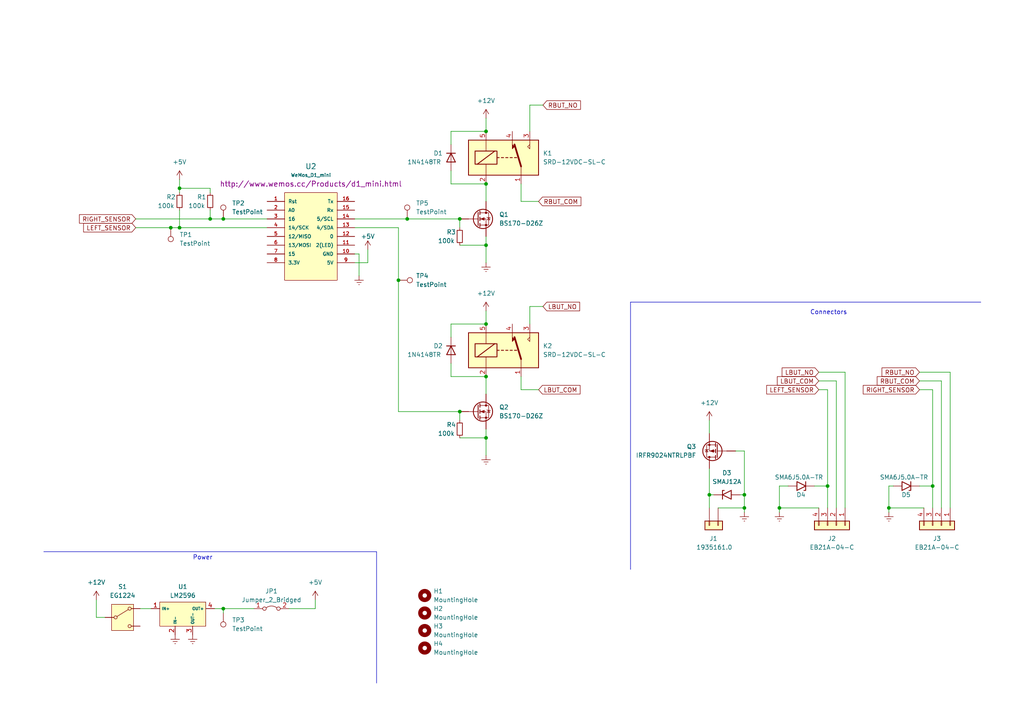
<source format=kicad_sch>
(kicad_sch (version 20230121) (generator eeschema)
  (paper "A4")
  (lib_symbols
    (symbol "000-Connectors:1935161.0" (pin_numbers hide) (pin_names (offset 0.254) hide)
      (property "Reference" "J" (at -1.27 3.81 0))
      (property "Value" "1935161.0" (at -5.08 -3.81 0))
      (symbol "1935161.0_1_1"
        (rectangle (start -1.27 -1.143) (end 0 -1.397) (stroke (width 0.1524)))
        (rectangle (start -1.27 1.397) (end 0 1.143) (stroke (width 0.1524)))
        (rectangle (start -1.27 2.54) (end 1.27 -2.54) (stroke (width 0.254)) (fill (type background)))
        (pin passive line (at -5.08 1.27 0) (length 3.81) (name "Pin_1") (number "1"))
        (pin passive line (at -5.08 -1.27 0) (length 3.81) (name "Pin_2") (number "2"))
      )
    )
    (symbol "000-Connectors:4PinScrewTerminal" (pin_names (offset 1.016) hide)
      (property "Reference" "J" (at 0 5.08 0))
      (property "Value" "EB21A-04-C" (at 0 -7.62 0))
      (symbol "4PinScrewTerminal_1_1"
        (rectangle (start -1.27 -4.953) (end 0 -5.207) (stroke (width 0.1524)))
        (rectangle (start -1.27 -2.413) (end 0 -2.667) (stroke (width 0.1524)))
        (rectangle (start -1.27 0.127) (end 0 -0.127) (stroke (width 0.1524)))
        (rectangle (start -1.27 2.667) (end 0 2.413) (stroke (width 0.1524)))
        (rectangle (start -1.27 3.81) (end 1.27 -6.35) (stroke (width 0.254)) (fill (type background)))
        (pin passive line (at -5.08 2.54 0) (length 3.81) (name "Pin_1") (number "1"))
        (pin passive line (at -5.08 0 0) (length 3.81) (name "Pin_2") (number "2"))
        (pin passive line (at -5.08 -2.54 0) (length 3.81) (name "Pin_3") (number "3"))
        (pin passive line (at -5.08 -5.08 0) (length 3.81) (name "Pin_4") (number "4"))
      )
    )
    (symbol "000-Diodes:1N4148TR" (pin_numbers hide) (pin_names (offset 0.254) hide)
      (property "Reference" "D" (at -1.27 2.54 0))
      (property "Value" "1N4148TR" (at -5.08 -2.54 0))
      (symbol "1N4148TR_1_1"
        (polyline (pts (xy 0 1.27) (xy 0 -1.27)) (stroke (width 0.254)))
        (polyline (pts (xy 2.54 0) (xy 0 0)))
        (polyline (pts (xy 2.54 1.27) (xy 2.54 -1.27) (xy 0 0) (xy 2.54 1.27)) (stroke (width 0.254)))
        (pin passive line (at -2.54 0 0) (length 2.54) (name "K") (number "1"))
        (pin passive line (at 5.08 0 180) (length 2.54) (name "A") (number "2"))
      )
    )
    (symbol "000-Diodes:SMA6J5.0A-TR" (pin_numbers hide) (pin_names (offset 1.016) hide)
      (property "Reference" "D" (at 0 2.54 0))
      (property "Value" "SMA6J5.0A-TR" (at 0 -2.54 0))
      (property "PN" "DIO-011" (at 0 0 0))
      (property "Digikey PN" "497-5938-1-ND" (at 0 0 0))
      (symbol "SMA6J5.0A-TR_0_1"
        (polyline (pts (xy -0.762 1.27) (xy -1.27 1.27) (xy -1.27 -1.27)) (stroke (width 0.254)))
        (polyline (pts (xy 1.27 1.27) (xy 1.27 -1.27) (xy -1.27 0) (xy 1.27 1.27)) (stroke (width 0.254)))
      )
      (symbol "SMA6J5.0A-TR_1_1"
        (pin passive line (at -3.81 0 0) (length 2.54) (name "A1") (number "1"))
        (pin passive line (at 3.81 0 180) (length 2.54) (name "A2") (number "2"))
      )
    )
    (symbol "000-Diodes:SMAJ12A" (pin_numbers hide) (pin_names (offset 1.016) hide)
      (property "Reference" "D" (at 0 2.54 0))
      (property "Value" "SMAJ12A" (at 0 -2.54 0))
      (symbol "SMAJ12A_0_1"
        (polyline (pts (xy -0.762 1.27) (xy -1.27 1.27) (xy -1.27 -1.27)) (stroke (width 0.254)))
        (polyline (pts (xy 1.27 1.27) (xy 1.27 -1.27) (xy -1.27 0) (xy 1.27 1.27)) (stroke (width 0.254)))
      )
      (symbol "SMAJ12A_1_1"
        (pin passive line (at -3.81 0 0) (length 2.54) (name "A1") (number "1"))
        (pin passive line (at 3.81 0 180) (length 2.54) (name "A2") (number "2"))
      )
    )
    (symbol "000-MCUs:WeMos_D1_mini" (pin_names (offset 1.016))
      (property "Reference" "U" (at 0 12.7 0))
      (property "Value" "WeMos_D1_mini" (at 0 -12.7 0))
      (property "Datasheet" "http://www.wemos.cc/Products/d1_mini.html" (at 1.27 -16.51 0))
      (symbol "WeMos_D1_mini_1_1"
        (rectangle (start -7.62 11.43) (end 7.62 -13.97) (fill (type background)))
        (pin bidirectional line (at -12.7 8.89 0) (length 5.08) (name "Rst") (number "1"))
        (pin power_in line (at 12.7 -6.35 180) (length 5.08) (name "GND") (number "10"))
        (pin bidirectional line (at 12.7 -3.81 180) (length 5.08) (name "2(LED)") (number "11"))
        (pin bidirectional line (at 12.7 -1.27 180) (length 5.08) (name "0") (number "12"))
        (pin bidirectional line (at 12.7 1.27 180) (length 5.08) (name "4/SDA") (number "13"))
        (pin bidirectional line (at 12.7 3.81 180) (length 5.08) (name "5/SCL") (number "14"))
        (pin bidirectional line (at 12.7 6.35 180) (length 5.08) (name "Rx") (number "15"))
        (pin bidirectional line (at 12.7 8.89 180) (length 5.08) (name "Tx") (number "16"))
        (pin bidirectional line (at -12.7 6.35 0) (length 5.08) (name "A0") (number "2"))
        (pin bidirectional line (at -12.7 3.81 0) (length 5.08) (name "16") (number "3"))
        (pin bidirectional line (at -12.7 1.27 0) (length 5.08) (name "14/SCK") (number "4"))
        (pin bidirectional line (at -12.7 -1.27 0) (length 5.08) (name "12/MISO") (number "5"))
        (pin bidirectional line (at -12.7 -3.81 0) (length 5.08) (name "13/MOSI") (number "6"))
        (pin bidirectional line (at -12.7 -6.35 0) (length 5.08) (name "15") (number "7"))
        (pin power_out line (at -12.7 -8.89 0) (length 5.08) (name "3.3V") (number "8"))
        (pin power_in line (at 12.7 -8.89 180) (length 5.08) (name "5V") (number "9"))
      )
    )
    (symbol "000-Misc:EG1224" (pin_numbers hide) (pin_names (offset 0.254) hide)
      (property "Reference" "S" (at -1.27 -5.08 0))
      (property "Value" "EG1224" (at -3.81 -7.62 0))
      (symbol "EG1224_0_1"
        (circle (center -2.032 0) (radius 0.4572))
        (polyline (pts (xy -1.651 0.254) (xy 1.651 2.286)))
        (circle (center 2.032 -2.54) (radius 0.4572))
        (circle (center 2.032 2.54) (radius 0.4572))
      )
      (symbol "EG1224_1_1"
        (rectangle (start -3.175 3.81) (end 3.175 -3.81) (fill (type background)))
        (pin passive line (at 5.08 -2.54 180) (length 2.54) (name "C") (number "1"))
        (pin passive line (at -5.08 0 0) (length 2.54) (name "B") (number "2"))
        (pin passive line (at 5.08 2.54 180) (length 2.54) (name "A") (number "3"))
      )
    )
    (symbol "000-Misc:LM2596Module"
      (property "Reference" "U" (at -6.35 5.715 0))
      (property "Value" "LM2596" (at 2.54 5.715 0))
      (symbol "LM2596Module_1_1"
        (rectangle (start -6.985 4.445) (end 6.35 -2.54) (fill (type background)))
        (pin passive line (at -9.525 2.54 0) (length 2.54) (name "IN+") (number "1"))
        (pin passive line (at -2.54 -5.08 90) (length 2.54) (name "IN-") (number "2"))
        (pin passive line (at 2.54 -5.08 90) (length 2.54) (name "OUT-") (number "3"))
        (pin passive line (at 8.89 2.54 180) (length 2.54) (name "OUT+") (number "4"))
      )
    )
    (symbol "000-Misc:SRD-12VDC-SL-C"
      (property "Reference" "K" (at 11.43 3.81 0))
      (property "Value" "SRD-12VDC-SL-C" (at 11.43 1.27 0))
      (symbol "SRD-12VDC-SL-C_0_0"
        (polyline (pts (xy 7.62 5.08) (xy 7.62 2.54) (xy 6.985 3.175) (xy 7.62 3.81)))
      )
      (symbol "SRD-12VDC-SL-C_0_1"
        (rectangle (start -10.16 5.08) (end 10.16 -5.08) (stroke (width 0.254)) (fill (type background)))
        (rectangle (start -8.255 1.905) (end -1.905 -1.905) (stroke (width 0.254)))
        (polyline (pts (xy -7.62 -1.905) (xy -2.54 1.905)) (stroke (width 0.254)))
        (polyline (pts (xy -5.08 -5.08) (xy -5.08 -1.905)))
        (polyline (pts (xy -5.08 5.08) (xy -5.08 1.905)))
        (polyline (pts (xy -1.905 0) (xy -1.27 0)) (stroke (width 0.254)))
        (polyline (pts (xy -0.635 0) (xy 0 0)) (stroke (width 0.254)))
        (polyline (pts (xy 0.635 0) (xy 1.27 0)) (stroke (width 0.254)))
        (polyline (pts (xy 1.905 0) (xy 2.54 0)) (stroke (width 0.254)))
        (polyline (pts (xy 3.175 0) (xy 3.81 0)) (stroke (width 0.254)))
        (polyline (pts (xy 5.08 -2.54) (xy 3.175 3.81)) (stroke (width 0.508)))
        (polyline (pts (xy 5.08 -2.54) (xy 5.08 -5.08)))
        (polyline (pts (xy 2.54 5.08) (xy 2.54 2.54) (xy 3.175 3.175) (xy 2.54 3.81)) (fill (type outline)))
      )
      (symbol "SRD-12VDC-SL-C_1_1"
        (pin passive line (at 5.08 -7.62 90) (length 2.54) (name "~") (number "1"))
        (pin passive line (at -5.08 -7.62 90) (length 2.54) (name "~") (number "2"))
        (pin passive line (at 7.62 7.62 270) (length 2.54) (name "~") (number "3"))
        (pin passive line (at 2.54 7.62 270) (length 2.54) (name "~") (number "4"))
        (pin passive line (at -5.08 7.62 270) (length 2.54) (name "~") (number "5"))
      )
    )
    (symbol "000-Mosfets:BS170-D26Z" (pin_numbers hide) (pin_names (offset 0.254) hide)
      (property "Reference" "Q" (at 0.635 -3.81 0))
      (property "Value" "BS170-D26Z" (at 0.635 -5.715 0))
      (symbol "BS170-D26Z_0_1"
        (circle (center -0.889 0) (radius 2.794) (stroke (width 0.254)))
        (circle (center 0 -1.778) (radius 0.254) (fill (type outline)))
        (polyline (pts (xy -2.286 0) (xy -5.08 0)))
        (polyline (pts (xy -2.286 1.905) (xy -2.286 -1.905)) (stroke (width 0.254)))
        (polyline (pts (xy -1.778 -1.27) (xy -1.778 -2.286)) (stroke (width 0.254)))
        (polyline (pts (xy -1.778 0.508) (xy -1.778 -0.508)) (stroke (width 0.254)))
        (polyline (pts (xy -1.778 2.286) (xy -1.778 1.27)) (stroke (width 0.254)))
        (polyline (pts (xy 0 2.54) (xy 0 1.778)))
        (polyline (pts (xy 0 -2.54) (xy 0 0) (xy -1.778 0)))
        (polyline (pts (xy -1.778 -1.778) (xy 0.762 -1.778) (xy 0.762 1.778) (xy -1.778 1.778)))
        (polyline (pts (xy -1.524 0) (xy -0.508 0.381) (xy -0.508 -0.381) (xy -1.524 0)) (fill (type outline)))
        (polyline (pts (xy 0.254 0.508) (xy 0.381 0.381) (xy 1.143 0.381) (xy 1.27 0.254)))
        (polyline (pts (xy 0.762 0.381) (xy 0.381 -0.254) (xy 1.143 -0.254) (xy 0.762 0.381)))
        (circle (center 0 1.778) (radius 0.254) (fill (type outline)))
      )
      (symbol "BS170-D26Z_1_1"
        (pin passive line (at 0 5.08 270) (length 2.54) (name "D") (number "1"))
        (pin input line (at -7.62 0 0) (length 2.54) (name "G") (number "2"))
        (pin passive line (at 0 -5.08 90) (length 2.54) (name "S") (number "3"))
      )
    )
    (symbol "000-Mosfets:IRFR9024NTRLPBF" (pin_numbers hide) (pin_names (offset 0.254) hide)
      (property "Reference" "Q" (at 0.635 -3.81 0))
      (property "Value" "IRFR9024NTRLPBF" (at 0.635 -5.715 0))
      (symbol "IRFR9024NTRLPBF_0_1"
        (circle (center -0.889 0) (radius 2.794) (stroke (width 0.254)))
        (circle (center 0 -1.778) (radius 0.254) (fill (type outline)))
        (polyline (pts (xy -2.286 0) (xy -5.08 0)))
        (polyline (pts (xy -2.286 1.905) (xy -2.286 -1.905)) (stroke (width 0.254)))
        (polyline (pts (xy -1.778 -1.27) (xy -1.778 -2.286)) (stroke (width 0.254)))
        (polyline (pts (xy -1.778 0.508) (xy -1.778 -0.508)) (stroke (width 0.254)))
        (polyline (pts (xy -1.778 2.286) (xy -1.778 1.27)) (stroke (width 0.254)))
        (polyline (pts (xy 0 2.54) (xy 0 1.778)))
        (polyline (pts (xy 0 -2.54) (xy 0 0) (xy -1.778 0)))
        (polyline (pts (xy -1.778 1.778) (xy 0.762 1.778) (xy 0.762 -1.778) (xy -1.778 -1.778)))
        (polyline (pts (xy -0.254 0) (xy -1.27 0.381) (xy -1.27 -0.381) (xy -0.254 0)) (fill (type outline)))
        (polyline (pts (xy 0.254 -0.508) (xy 0.381 -0.381) (xy 1.143 -0.381) (xy 1.27 -0.254)))
        (polyline (pts (xy 0.762 -0.381) (xy 0.381 0.254) (xy 1.143 0.254) (xy 0.762 -0.381)))
        (circle (center 0 1.778) (radius 0.254) (fill (type outline)))
      )
      (symbol "IRFR9024NTRLPBF_1_1"
        (pin input line (at -7.62 0 0) (length 2.54) (name "G") (number "1"))
        (pin passive line (at 0 5.08 270) (length 2.54) (name "D") (number "2"))
        (pin passive line (at 0 -5.08 90) (length 2.54) (name "S") (number "3"))
      )
    )
    (symbol "Connector:TestPoint" (pin_numbers hide) (pin_names (offset 0.762) hide)
      (property "Reference" "TP" (at 0 6.858 0))
      (property "Value" "TestPoint" (at 0 5.08 0))
      (symbol "TestPoint_0_1"
        (circle (center 0 3.302) (radius 0.762))
      )
      (symbol "TestPoint_1_1"
        (pin passive line (at 0 0 90) (length 2.54) (name "1") (number "1"))
      )
    )
    (symbol "Device:R_Small" (pin_numbers hide) (pin_names (offset 0.254) hide)
      (property "Reference" "R" (at 0.762 0.508 0))
      (property "Value" "R_Small" (at 0.762 -1.016 0))
      (symbol "R_Small_0_1"
        (rectangle (start -0.762 1.778) (end 0.762 -1.778) (stroke (width 0.2032)))
      )
      (symbol "R_Small_1_1"
        (pin passive line (at 0 2.54 270) (length 0.762) (name "~") (number "1"))
        (pin passive line (at 0 -2.54 90) (length 0.762) (name "~") (number "2"))
      )
    )
    (symbol "Jumper:Jumper_2_Bridged" (pin_names (offset 0) hide)
      (property "Reference" "JP" (at 0 1.905 0))
      (property "Value" "Jumper_2_Bridged" (at 0 -2.54 0))
      (symbol "Jumper_2_Bridged_0_0"
        (circle (center -2.032 0) (radius 0.508))
        (circle (center 2.032 0) (radius 0.508))
      )
      (symbol "Jumper_2_Bridged_0_1"
        (arc (start 1.524 0.254) (mid 0 0.762) (end -1.524 0.254))
      )
      (symbol "Jumper_2_Bridged_1_1"
        (pin passive line (at -5.08 0 0) (length 2.54) (name "A") (number "1"))
        (pin passive line (at 5.08 0 180) (length 2.54) (name "B") (number "2"))
      )
    )
    (symbol "Mechanical:MountingHole" (pin_names (offset 1.016))
      (property "Reference" "H" (at 0 5.08 0))
      (property "Value" "MountingHole" (at 0 3.175 0))
      (symbol "MountingHole_0_1"
        (circle (center 0 0) (radius 1.27) (stroke (width 1.27)))
      )
    )
    (symbol "power:+12V" (power) (pin_names (offset 0))
      (property "Value" "+12V" (at 0 3.556 0))
      (symbol "+12V_0_1"
        (polyline (pts (xy -0.762 1.27) (xy 0 2.54)))
        (polyline (pts (xy 0 0) (xy 0 2.54)))
        (polyline (pts (xy 0 2.54) (xy 0.762 1.27)))
      )
      (symbol "+12V_1_1"
        (pin power_in line (at 0 0 90) (length 0) hide (name "+12V") (number "1"))
      )
    )
    (symbol "power:+5V" (power) (pin_names (offset 0))
      (property "Value" "+5V" (at 0 3.556 0))
      (symbol "+5V_0_1"
        (polyline (pts (xy -0.762 1.27) (xy 0 2.54)))
        (polyline (pts (xy 0 0) (xy 0 2.54)))
        (polyline (pts (xy 0 2.54) (xy 0.762 1.27)))
      )
      (symbol "+5V_1_1"
        (pin power_in line (at 0 0 90) (length 0) hide (name "+5V") (number "1"))
      )
    )
    (symbol "power:Earth" (power) (pin_names (offset 0))
      (symbol "Earth_0_1"
        (polyline (pts (xy -0.635 -1.905) (xy 0.635 -1.905)))
        (polyline (pts (xy -0.127 -2.54) (xy 0.127 -2.54)))
        (polyline (pts (xy 0 -1.27) (xy 0 0)))
        (polyline (pts (xy 1.27 -1.27) (xy -1.27 -1.27)))
      )
      (symbol "Earth_1_1"
        (pin power_in line (at 0 0 270) (length 0) hide (name "Earth") (number "1"))
      )
    )
  )
  (junction (at 52.07 54.61))
  (junction (at 140.97 127))
  (junction (at 215.9 147.32))
  (junction (at 215.9 143.51))
  (junction (at 257.81 147.32))
  (junction (at 226.06 147.32))
  (junction (at 133.35 119.38))
  (junction (at 140.97 93.98))
  (junction (at 64.77 63.5))
  (junction (at 140.97 53.34))
  (junction (at 64.77 176.53))
  (junction (at 270.51 140.97))
  (junction (at 140.97 38.1))
  (junction (at 115.57 81.28))
  (junction (at 205.74 143.51))
  (junction (at 240.03 140.97))
  (junction (at 60.96 63.5))
  (junction (at 140.97 109.22))
  (junction (at 52.07 66.04))
  (junction (at 118.11 63.5))
  (junction (at 140.97 71.12))
  (junction (at 49.53 66.04))
  (junction (at 133.35 63.5))
  (wire (pts (xy 226.06 140.97) (xy 226.06 147.32)))
  (wire (pts (xy 39.37 66.04) (xy 49.53 66.04)))
  (wire (pts (xy 266.7 140.97) (xy 270.51 140.97)))
  (wire (pts (xy 157.48 88.9) (xy 153.67 88.9)))
  (wire (pts (xy 140.97 109.22) (xy 140.97 114.3)))
  (wire (pts (xy 205.74 143.51) (xy 205.74 147.32)))
  (wire (pts (xy 52.07 52.07) (xy 52.07 54.61)))
  (wire (pts (xy 240.03 113.03) (xy 240.03 140.97)))
  (wire (pts (xy 266.7 110.49) (xy 273.05 110.49)))
  (wire (pts (xy 62.23 176.53) (xy 64.77 176.53)))
  (wire (pts (xy 140.97 76.2) (xy 140.97 71.12)))
  (wire (pts (xy 102.87 66.04) (xy 115.57 66.04)))
  (wire (pts (xy 140.97 127) (xy 140.97 124.46)))
  (wire (pts (xy 153.67 88.9) (xy 153.67 93.98)))
  (wire (pts (xy 102.87 76.2) (xy 106.68 76.2)))
  (wire (pts (xy 60.96 63.5) (xy 64.77 63.5)))
  (wire (pts (xy 118.11 63.5) (xy 133.35 63.5)))
  (wire (pts (xy 130.81 49.53) (xy 130.81 53.34)))
  (wire (pts (xy 257.81 140.97) (xy 257.81 147.32)))
  (wire (pts (xy 115.57 66.04) (xy 115.57 81.28)))
  (wire (pts (xy 60.96 60.96) (xy 60.96 63.5)))
  (wire (pts (xy 140.97 53.34) (xy 140.97 58.42)))
  (wire (pts (xy 270.51 113.03) (xy 270.51 140.97)))
  (wire (pts (xy 259.08 140.97) (xy 257.81 140.97)))
  (wire (pts (xy 52.07 54.61) (xy 52.07 55.88)))
  (wire (pts (xy 205.74 121.92) (xy 205.74 125.73)))
  (wire (pts (xy 133.35 121.92) (xy 133.35 119.38)))
  (wire (pts (xy 49.53 66.04) (xy 52.07 66.04)))
  (wire (pts (xy 64.77 63.5) (xy 77.47 63.5)))
  (wire (pts (xy 130.81 97.79) (xy 130.81 93.98)))
  (wire (pts (xy 130.81 38.1) (xy 140.97 38.1)))
  (wire (pts (xy 242.57 110.49) (xy 242.57 147.32)))
  (wire (pts (xy 91.44 176.53) (xy 91.44 173.99)))
  (wire (pts (xy 156.21 113.03) (xy 151.13 113.03)))
  (wire (pts (xy 64.77 176.53) (xy 73.66 176.53)))
  (wire (pts (xy 27.94 179.07) (xy 27.94 173.99)))
  (wire (pts (xy 140.97 90.17) (xy 140.97 93.98)))
  (wire (pts (xy 153.67 30.48) (xy 153.67 38.1)))
  (wire (pts (xy 140.97 34.29) (xy 140.97 38.1)))
  (wire (pts (xy 102.87 73.66) (xy 104.14 73.66)))
  (wire (pts (xy 257.81 147.32) (xy 267.97 147.32)))
  (polyline (pts (xy 182.88 165.1) (xy 182.88 87.63)))
  (wire (pts (xy 83.82 176.53) (xy 91.44 176.53)))
  (wire (pts (xy 130.81 109.22) (xy 140.97 109.22)))
  (wire (pts (xy 130.81 53.34) (xy 140.97 53.34)))
  (wire (pts (xy 215.9 147.32) (xy 215.9 148.59)))
  (polyline (pts (xy 12.7 160.02) (xy 109.22 160.02)))
  (wire (pts (xy 226.06 147.32) (xy 226.06 148.59)))
  (wire (pts (xy 245.11 107.95) (xy 245.11 147.32)))
  (wire (pts (xy 60.96 54.61) (xy 60.96 55.88)))
  (wire (pts (xy 104.14 73.66) (xy 104.14 80.01)))
  (wire (pts (xy 140.97 132.08) (xy 140.97 127)))
  (wire (pts (xy 215.9 130.81) (xy 215.9 143.51)))
  (wire (pts (xy 240.03 140.97) (xy 240.03 147.32)))
  (wire (pts (xy 64.77 177.8) (xy 64.77 176.53)))
  (wire (pts (xy 266.7 113.03) (xy 270.51 113.03)))
  (wire (pts (xy 27.94 179.07) (xy 30.48 179.07)))
  (wire (pts (xy 237.49 107.95) (xy 245.11 107.95)))
  (wire (pts (xy 140.97 71.12) (xy 140.97 68.58)))
  (wire (pts (xy 115.57 119.38) (xy 133.35 119.38)))
  (wire (pts (xy 205.74 135.89) (xy 205.74 143.51)))
  (wire (pts (xy 52.07 54.61) (xy 60.96 54.61)))
  (wire (pts (xy 133.35 63.5) (xy 133.35 66.04)))
  (wire (pts (xy 102.87 63.5) (xy 118.11 63.5)))
  (polyline (pts (xy 109.22 160.02) (xy 109.22 198.12)))
  (wire (pts (xy 213.36 130.81) (xy 215.9 130.81)))
  (wire (pts (xy 39.37 63.5) (xy 60.96 63.5)))
  (polyline (pts (xy 182.88 165.1) (xy 182.88 165.1)))
  (wire (pts (xy 106.68 76.2) (xy 106.68 72.39)))
  (wire (pts (xy 157.48 30.48) (xy 153.67 30.48)))
  (wire (pts (xy 215.9 143.51) (xy 215.9 147.32)))
  (wire (pts (xy 237.49 110.49) (xy 242.57 110.49)))
  (wire (pts (xy 130.81 105.41) (xy 130.81 109.22)))
  (wire (pts (xy 52.07 66.04) (xy 77.47 66.04)))
  (wire (pts (xy 40.64 176.53) (xy 43.815 176.53)))
  (wire (pts (xy 133.35 71.12) (xy 140.97 71.12)))
  (wire (pts (xy 270.51 140.97) (xy 270.51 147.32)))
  (wire (pts (xy 228.6 140.97) (xy 226.06 140.97)))
  (wire (pts (xy 257.81 147.32) (xy 257.81 148.59)))
  (wire (pts (xy 266.7 107.95) (xy 275.59 107.95)))
  (wire (pts (xy 52.07 60.96) (xy 52.07 66.04)))
  (wire (pts (xy 156.21 58.42) (xy 151.13 58.42)))
  (wire (pts (xy 208.28 147.32) (xy 215.9 147.32)))
  (wire (pts (xy 237.49 113.03) (xy 240.03 113.03)))
  (wire (pts (xy 275.59 107.95) (xy 275.59 147.32)))
  (wire (pts (xy 226.06 147.32) (xy 237.49 147.32)))
  (wire (pts (xy 130.81 93.98) (xy 140.97 93.98)))
  (wire (pts (xy 236.22 140.97) (xy 240.03 140.97)))
  (wire (pts (xy 273.05 110.49) (xy 273.05 147.32)))
  (wire (pts (xy 133.35 127) (xy 140.97 127)))
  (wire (pts (xy 214.63 143.51) (xy 215.9 143.51)))
  (wire (pts (xy 151.13 58.42) (xy 151.13 53.34)))
  (wire (pts (xy 205.74 143.51) (xy 207.01 143.51)))
  (wire (pts (xy 115.57 81.28) (xy 115.57 119.38)))
  (wire (pts (xy 151.13 113.03) (xy 151.13 109.22)))
  (wire (pts (xy 130.81 41.91) (xy 130.81 38.1)))
  (polyline (pts (xy 284.48 87.63) (xy 182.88 87.63)))
  (text "Connectors" (at 234.95 91.44 0) (effects (font (size 1.27 1.27)) (justify left bottom)))
  (text "Power" (at 55.88 162.56 0) (effects (font (size 1.27 1.27)) (justify left bottom)))
  (global_label "RIGHT_SENSOR" (shape input) (at 266.7 113.03 180) (property "Intersheetrefs" "${INTERSHEET_REFS}" (effects hide)))
  (global_label "LBUT_COM" (shape input) (at 156.21 113.03 0) (property "Intersheetrefs" "${INTERSHEET_REFS}" (effects hide)))
  (global_label "LEFT_SENSOR" (shape input) (at 39.37 66.04 180) (property "Intersheetrefs" "${INTERSHEET_REFS}" (effects hide)))
  (global_label "RIGHT_SENSOR" (shape input) (at 39.37 63.5 180) (property "Intersheetrefs" "${INTERSHEET_REFS}" (effects hide)))
  (global_label "RBUT_COM" (shape input) (at 156.21 58.42 0) (property "Intersheetrefs" "${INTERSHEET_REFS}" (effects hide)))
  (global_label "LBUT_NO" (shape input) (at 157.48 88.9 0) (property "Intersheetrefs" "${INTERSHEET_REFS}" (effects hide)))
  (global_label "LEFT_SENSOR" (shape input) (at 237.49 113.03 180) (property "Intersheetrefs" "${INTERSHEET_REFS}" (effects hide)))
  (global_label "RBUT_NO" (shape input) (at 157.48 30.48 0) (property "Intersheetrefs" "${INTERSHEET_REFS}" (effects hide)))
  (global_label "RBUT_COM" (shape input) (at 266.7 110.49 180) (property "Intersheetrefs" "${INTERSHEET_REFS}" (effects hide)))
  (global_label "LBUT_NO" (shape input) (at 237.49 107.95 180) (property "Intersheetrefs" "${INTERSHEET_REFS}" (effects hide)))
  (global_label "RBUT_NO" (shape input) (at 266.7 107.95 180) (property "Intersheetrefs" "${INTERSHEET_REFS}" (effects hide)))
  (global_label "LBUT_COM" (shape input) (at 237.49 110.49 180) (property "Intersheetrefs" "${INTERSHEET_REFS}" (effects hide)))
  (symbol (lib_id "Mechanical:MountingHole") (at 123.19 187.96 0) (unit 1)
    (property "Reference" "H4" (at 125.73 186.69 0) (effects (justify left)))
    (property "Value" "MountingHole" (at 125.73 189.23 0) (effects (justify left)))
    (property "Footprint" "MountingHole:MountingHole_3.2mm_M3" (effects hide))
  )
  (symbol (lib_id "power:+12V") (at 140.97 34.29 0) (unit 1)
    (property "Reference" "#PWR08" (effects hide))
    (property "Value" "+12V" (at 140.97 29.21 0))
  )
  (symbol (lib_id "000-Misc:EG1224") (at 35.56 179.07 0) (unit 1)
    (property "Reference" "S1" (at 35.56 170.18 0))
    (property "Value" "EG1224" (at 35.56 172.72 0))
    (property "Footprint" "000-Footprints:SW_E-Switch_EG1224_SPDT_Angled" (effects hide))
    (property "PN" "MISC-006" (effects hide))
    (property "Digikey PN" "EG2585-ND" (effects hide))
  )
  (symbol (lib_id "000-Connectors:1935161.0") (at 207.01 152.4 270) (unit 1)
    (property "Reference" "J1" (at 205.74 156.21 90) (effects (justify left)))
    (property "Value" "1935161.0" (at 201.93 158.75 90) (effects (justify left)))
    (property "Footprint" "TerminalBlock:TerminalBlock_bornier-2_P5.08mm" (effects hide))
    (property "PN" "CON-005" (effects hide))
    (property "Digikey PN" "277-1667-ND" (effects hide))
  )
  (symbol (lib_id "000-Diodes:1N4148TR") (at 130.81 44.45 270) (unit 1)
    (property "Reference" "D1" (at 125.73 44.45 90) (effects (justify left)))
    (property "Value" "1N4148TR" (at 118.11 46.99 90) (effects (justify left)))
    (property "Footprint" "Diode_THT:D_DO-35_SOD27_P10.16mm_Horizontal" (effects hide))
    (property "PN" "DIO-004" (effects hide))
    (property "Digikey PN" "1N4148FSCT-ND" (effects hide))
  )
  (symbol (lib_id "power:Earth") (at 104.14 80.01 0) (unit 1)
    (property "Reference" "#PWR06" (effects hide))
    (property "Value" "Earth" (effects hide))
  )
  (symbol (lib_id "000-MCUs:WeMos_D1_mini") (at 90.17 67.31 0) (unit 1)
    (property "Reference" "U2" (at 90.17 48.26 0) (effects (font (size 1.524 1.524))))
    (property "Value" "WeMos_D1_mini" (at 90.17 50.8 0) (effects (font (size 1 1))))
    (property "Footprint" "000-Footprints:wemos-d1-mini-with-pin-header-and-connector" (effects hide))
    (property "Datasheet" "http://www.wemos.cc/Products/d1_mini.html" (at 90.17 53.34 0) (effects (font (size 1.524 1.524))))
  )
  (symbol (lib_id "Jumper:Jumper_2_Bridged") (at 78.74 176.53 0) (unit 1)
    (property "Reference" "JP1" (at 78.74 171.45 0))
    (property "Value" "Jumper_2_Bridged" (at 78.74 173.99 0))
    (property "Footprint" "Connector_PinHeader_2.54mm:PinHeader_1x02_P2.54mm_Vertical" (effects hide))
  )
  (symbol (lib_id "power:+5V") (at 91.44 173.99 0) (unit 1)
    (property "Reference" "#PWR05" (effects hide))
    (property "Value" "+5V" (at 91.44 168.91 0))
  )
  (symbol (lib_id "power:Earth") (at 226.06 148.59 0) (unit 1)
    (property "Reference" "#PWR014" (effects hide))
    (property "Value" "Earth" (effects hide))
  )
  (symbol (lib_id "power:Earth") (at 50.8 184.15 0) (unit 1)
    (property "Reference" "#PWR02" (effects hide))
    (property "Value" "Earth" (effects hide))
  )
  (symbol (lib_id "Device:R_Small") (at 133.35 124.46 0) (unit 1)
    (property "Reference" "R4" (at 129.54 123.19 0) (effects (justify left)))
    (property "Value" "100k" (at 127 125.73 0) (effects (justify left)))
    (property "Footprint" "Resistor_THT:R_Axial_DIN0207_L6.3mm_D2.5mm_P15.24mm_Horizontal" (effects hide))
  )
  (symbol (lib_id "Mechanical:MountingHole") (at 123.19 177.8 0) (unit 1)
    (property "Reference" "H2" (at 125.73 176.53 0) (effects (justify left)))
    (property "Value" "MountingHole" (at 125.73 179.07 0) (effects (justify left)))
    (property "Footprint" "MountingHole:MountingHole_3.2mm_M3" (effects hide))
  )
  (symbol (lib_id "power:Earth") (at 140.97 76.2 0) (unit 1)
    (property "Reference" "#PWR09" (effects hide))
    (property "Value" "Earth" (effects hide))
  )
  (symbol (lib_id "power:+5V") (at 106.68 72.39 0) (unit 1)
    (property "Reference" "#PWR07" (effects hide))
    (property "Value" "+5V" (at 106.68 68.58 0))
  )
  (symbol (lib_id "Mechanical:MountingHole") (at 123.19 172.72 0) (unit 1)
    (property "Reference" "H1" (at 125.73 171.45 0) (effects (justify left)))
    (property "Value" "MountingHole" (at 125.73 173.99 0) (effects (justify left)))
    (property "Footprint" "MountingHole:MountingHole_3.2mm_M3" (effects hide))
  )
  (symbol (lib_id "000-Misc:SRD-12VDC-SL-C") (at 146.05 45.72 0) (unit 1)
    (property "Reference" "K1" (at 157.48 44.45 0) (effects (justify left)))
    (property "Value" "SRD-12VDC-SL-C" (at 157.48 46.99 0) (effects (justify left)))
    (property "Footprint" "000-Footprints:Relay_SPDT_Songle" (effects hide))
    (property "Datasheet" "https://www.finder-relais.net/de/finder-relais-serie-40.pdf" (effects hide))
  )
  (symbol (lib_id "power:Earth") (at 140.97 132.08 0) (unit 1)
    (property "Reference" "#PWR011" (effects hide))
    (property "Value" "Earth" (effects hide))
  )
  (symbol (lib_id "000-Diodes:SMA6J5.0A-TR") (at 232.41 140.97 180) (unit 1)
    (property "Reference" "D4" (at 233.68 143.51 0) (effects (justify left)))
    (property "Value" "SMA6J5.0A-TR" (at 238.76 138.43 0) (effects (justify left)))
    (property "Footprint" "Diode_SMD:D_SMA_Handsoldering" (effects hide))
    (property "Datasheet" "https://www.st.com/content/ccc/resource/technical/document/datasheet/56/26/d7/6f/22/8c/4e/b3/CD00152688.pdf/files/CD00152688.pdf/_jcr_content/translations/en.CD00152688.pdf" (effects hide))
    (property "PN" "DIO-011" (effects hide))
    (property "Digikey PN" "497-5938-1-ND" (effects hide))
  )
  (symbol (lib_id "power:+5V") (at 52.07 52.07 0) (unit 1)
    (property "Reference" "#PWR03" (effects hide))
    (property "Value" "+5V" (at 52.07 46.99 0))
  )
  (symbol (lib_id "Device:R_Small") (at 52.07 58.42 0) (unit 1)
    (property "Reference" "R2" (at 48.26 57.15 0) (effects (justify left)))
    (property "Value" "100k" (at 45.72 59.69 0) (effects (justify left)))
    (property "Footprint" "Resistor_THT:R_Axial_DIN0207_L6.3mm_D2.5mm_P15.24mm_Horizontal" (effects hide))
  )
  (symbol (lib_id "power:Earth") (at 55.88 184.15 0) (unit 1)
    (property "Reference" "#PWR04" (effects hide))
    (property "Value" "Earth" (effects hide))
  )
  (symbol (lib_id "power:Earth") (at 215.9 148.59 0) (unit 1)
    (property "Reference" "#PWR013" (effects hide))
    (property "Value" "Earth" (effects hide))
  )
  (symbol (lib_id "power:+12V") (at 140.97 90.17 0) (unit 1)
    (property "Reference" "#PWR010" (effects hide))
    (property "Value" "+12V" (at 140.97 85.09 0))
  )
  (symbol (lib_id "Device:R_Small") (at 60.96 58.42 0) (unit 1)
    (property "Reference" "R1" (at 57.15 57.15 0) (effects (justify left)))
    (property "Value" "100k" (at 54.61 59.69 0) (effects (justify left)))
    (property "Footprint" "Resistor_THT:R_Axial_DIN0207_L6.3mm_D2.5mm_P15.24mm_Horizontal" (effects hide))
  )
  (symbol (lib_id "000-Mosfets:BS170-D26Z") (at 140.97 119.38 0) (unit 1)
    (property "Reference" "Q2" (at 144.78 118.11 0) (effects (justify left)))
    (property "Value" "BS170-D26Z" (at 144.78 120.65 0) (effects (justify left)))
    (property "Footprint" "Package_TO_SOT_THT:TO-92_Inline_Wide" (effects hide))
    (property "PN" "FET-002" (effects hide))
    (property "Digikey PN" "BS170-D26ZCT-ND" (effects hide))
  )
  (symbol (lib_id "power:+12V") (at 205.74 121.92 0) (unit 1)
    (property "Reference" "#PWR012" (effects hide))
    (property "Value" "+12V" (at 205.74 116.84 0))
  )
  (symbol (lib_id "Device:R_Small") (at 133.35 68.58 0) (unit 1)
    (property "Reference" "R3" (at 129.54 67.31 0) (effects (justify left)))
    (property "Value" "100k" (at 127 69.85 0) (effects (justify left)))
    (property "Footprint" "Resistor_THT:R_Axial_DIN0207_L6.3mm_D2.5mm_P15.24mm_Horizontal" (effects hide))
  )
  (symbol (lib_id "000-Misc:SRD-12VDC-SL-C") (at 146.05 101.6 0) (unit 1)
    (property "Reference" "K2" (at 157.48 100.33 0) (effects (justify left)))
    (property "Value" "SRD-12VDC-SL-C" (at 157.48 102.87 0) (effects (justify left)))
    (property "Footprint" "000-Footprints:Relay_SPDT_Songle" (effects hide))
    (property "Datasheet" "https://www.finder-relais.net/de/finder-relais-serie-40.pdf" (effects hide))
  )
  (symbol (lib_id "000-Connectors:4PinScrewTerminal") (at 273.05 152.4 270) (unit 1)
    (property "Reference" "J3" (at 271.78 156.21 90))
    (property "Value" "EB21A-04-C" (at 271.78 158.75 90))
    (property "Footprint" "TerminalBlock:TerminalBlock_bornier-4_P5.08mm" (effects hide))
  )
  (symbol (lib_id "Connector:TestPoint") (at 49.53 66.04 180) (unit 1)
    (property "Reference" "TP1" (at 52.07 68.072 0) (effects (justify right)))
    (property "Value" "TestPoint" (at 52.07 70.612 0) (effects (justify right)))
    (property "Footprint" "TestPoint:TestPoint_Pad_1.5x1.5mm" (effects hide))
  )
  (symbol (lib_id "Mechanical:MountingHole") (at 123.19 182.88 0) (unit 1)
    (property "Reference" "H3" (at 125.73 181.61 0) (effects (justify left)))
    (property "Value" "MountingHole" (at 125.73 184.15 0) (effects (justify left)))
    (property "Footprint" "MountingHole:MountingHole_3.2mm_M3" (effects hide))
  )
  (symbol (lib_id "000-Diodes:1N4148TR") (at 130.81 100.33 270) (unit 1)
    (property "Reference" "D2" (at 125.73 100.33 90) (effects (justify left)))
    (property "Value" "1N4148TR" (at 118.11 102.87 90) (effects (justify left)))
    (property "Footprint" "Diode_THT:D_DO-35_SOD27_P10.16mm_Horizontal" (effects hide))
    (property "PN" "DIO-004" (effects hide))
    (property "Digikey PN" "1N4148FSCT-ND" (effects hide))
  )
  (symbol (lib_id "000-Mosfets:BS170-D26Z") (at 140.97 63.5 0) (unit 1)
    (property "Reference" "Q1" (at 144.78 62.23 0) (effects (justify left)))
    (property "Value" "BS170-D26Z" (at 144.78 64.77 0) (effects (justify left)))
    (property "Footprint" "Package_TO_SOT_THT:TO-92_Inline_Wide" (effects hide))
    (property "PN" "FET-002" (effects hide))
    (property "Digikey PN" "BS170-D26ZCT-ND" (effects hide))
  )
  (symbol (lib_id "Connector:TestPoint") (at 64.77 177.8 180) (unit 1)
    (property "Reference" "TP3" (at 67.31 179.832 0) (effects (justify right)))
    (property "Value" "TestPoint" (at 67.31 182.372 0) (effects (justify right)))
    (property "Footprint" "TestPoint:TestPoint_Pad_1.5x1.5mm" (effects hide))
  )
  (symbol (lib_id "000-Misc:LM2596Module") (at 53.34 179.07 0) (unit 1)
    (property "Reference" "U1" (at 53.0225 170.18 0))
    (property "Value" "LM2596" (at 53.0225 172.72 0))
    (property "Footprint" "000-Footprints:LM2596Module" (effects hide))
    (property "PN" "MISC-009" (effects hide))
    (property "Digikey PN" "https://a.co/d/2OIi4nQ" (effects hide))
  )
  (symbol (lib_id "000-Mosfets:IRFR9024NTRLPBF") (at 205.74 130.81 180) (unit 1)
    (property "Reference" "Q3" (at 201.93 129.54 0) (effects (justify left)))
    (property "Value" "IRFR9024NTRLPBF" (at 201.93 132.08 0) (effects (justify left)))
    (property "Footprint" "Package_TO_SOT_SMD:TO-252-2" (effects hide))
    (property "PN" "FET-007" (effects hide))
    (property "Digikey PN" "IRFR9024NTRLPBFCT-ND" (effects hide))
  )
  (symbol (lib_id "Connector:TestPoint") (at 115.57 81.28 270) (unit 1)
    (property "Reference" "TP4" (at 120.65 80.01 90) (effects (justify left)))
    (property "Value" "TestPoint" (at 120.65 82.55 90) (effects (justify left)))
    (property "Footprint" "TestPoint:TestPoint_Pad_1.5x1.5mm" (effects hide))
  )
  (symbol (lib_id "power:Earth") (at 257.81 148.59 0) (unit 1)
    (property "Reference" "#PWR015" (effects hide))
    (property "Value" "Earth" (effects hide))
  )
  (symbol (lib_id "000-Connectors:4PinScrewTerminal") (at 242.57 152.4 270) (unit 1)
    (property "Reference" "J2" (at 241.3 156.21 90))
    (property "Value" "EB21A-04-C" (at 241.3 158.75 90))
    (property "Footprint" "TerminalBlock:TerminalBlock_bornier-4_P5.08mm" (effects hide))
  )
  (symbol (lib_id "Connector:TestPoint") (at 64.77 63.5 0) (unit 1)
    (property "Reference" "TP2" (at 67.31 58.928 0) (effects (justify left)))
    (property "Value" "TestPoint" (at 67.31 61.468 0) (effects (justify left)))
    (property "Footprint" "TestPoint:TestPoint_Pad_1.5x1.5mm" (effects hide))
  )
  (symbol (lib_id "000-Diodes:SMAJ12A") (at 210.82 143.51 0) (unit 1)
    (property "Reference" "D3" (at 210.82 137.16 0))
    (property "Value" "SMAJ12A" (at 210.82 139.7 0))
    (property "Footprint" "Diode_SMD:D_SMA_Handsoldering" (effects hide))
    (property "Datasheet" "https://www.littelfuse.com/~/media/electronics/datasheets/tvs_diodes/littelfuse_tvs_diode_smaj_datasheet.pdf.pdf" (effects hide))
    (property "PN" "DIO-014" (effects hide))
    (property "Digikey PN" "SMAJ12ALFCT-ND" (effects hide))
  )
  (symbol (lib_id "power:+12V") (at 27.94 173.99 0) (unit 1)
    (property "Reference" "#PWR01" (effects hide))
    (property "Value" "+12V" (at 27.94 168.91 0))
  )
  (symbol (lib_id "Connector:TestPoint") (at 118.11 63.5 0) (unit 1)
    (property "Reference" "TP5" (at 120.65 58.928 0) (effects (justify left)))
    (property "Value" "TestPoint" (at 120.65 61.468 0) (effects (justify left)))
    (property "Footprint" "TestPoint:TestPoint_Pad_1.5x1.5mm" (effects hide))
  )
  (symbol (lib_id "000-Diodes:SMA6J5.0A-TR") (at 262.89 140.97 180) (unit 1)
    (property "Reference" "D5" (at 264.16 143.51 0) (effects (justify left)))
    (property "Value" "SMA6J5.0A-TR" (at 269.24 138.43 0) (effects (justify left)))
    (property "Footprint" "Diode_SMD:D_SMA_Handsoldering" (effects hide))
    (property "Datasheet" "https://www.st.com/content/ccc/resource/technical/document/datasheet/56/26/d7/6f/22/8c/4e/b3/CD00152688.pdf/files/CD00152688.pdf/_jcr_content/translations/en.CD00152688.pdf" (effects hide))
    (property "PN" "DIO-011" (effects hide))
    (property "Digikey PN" "497-5938-1-ND" (effects hide))
  )
)
</source>
